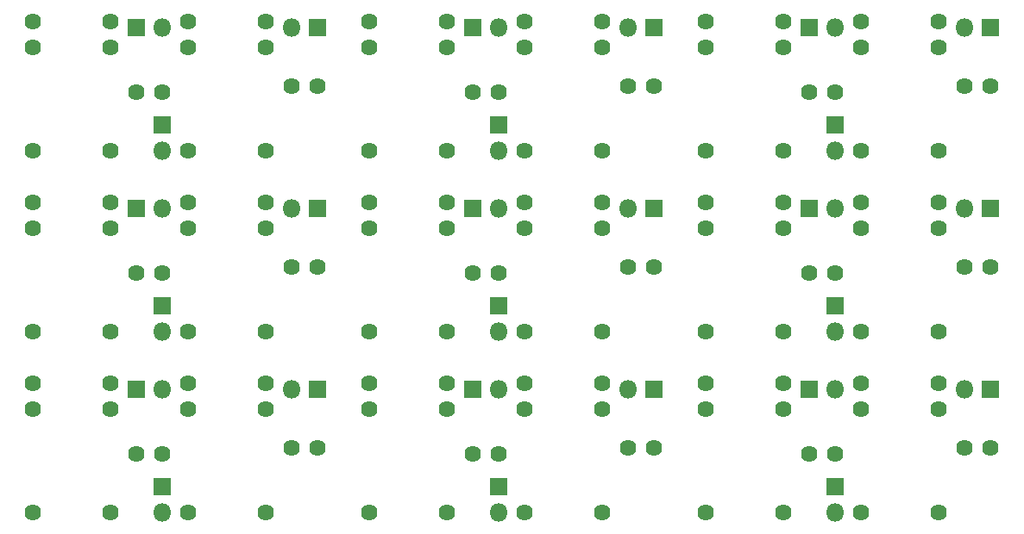
<source format=gts>
G04 #@! TF.GenerationSoftware,KiCad,Pcbnew,(5.1.6)-1*
G04 #@! TF.CreationDate,2020-06-03T07:58:37+09:00*
G04 #@! TF.ProjectId,AND___,414e4462-d851-42e6-9b69-6361645f7063,rev?*
G04 #@! TF.SameCoordinates,Original*
G04 #@! TF.FileFunction,Soldermask,Top*
G04 #@! TF.FilePolarity,Negative*
%FSLAX46Y46*%
G04 Gerber Fmt 4.6, Leading zero omitted, Abs format (unit mm)*
G04 Created by KiCad (PCBNEW (5.1.6)-1) date 2020-06-03 07:58:37*
%MOMM*%
%LPD*%
G01*
G04 APERTURE LIST*
%ADD10C,1.624000*%
%ADD11R,1.800000X1.800000*%
%ADD12O,1.800000X1.800000*%
G04 APERTURE END LIST*
D10*
X154940000Y-113030000D03*
X157480000Y-113030000D03*
X121920000Y-113030000D03*
X124460000Y-113030000D03*
X88900000Y-113030000D03*
X91440000Y-113030000D03*
X154940000Y-95250000D03*
X157480000Y-95250000D03*
X121920000Y-95250000D03*
X124460000Y-95250000D03*
X88900000Y-95250000D03*
X91440000Y-95250000D03*
X154940000Y-77470000D03*
X157480000Y-77470000D03*
X121920000Y-77470000D03*
X124460000Y-77470000D03*
D11*
X157480000Y-107280000D03*
D12*
X154940000Y-107280000D03*
D11*
X124460000Y-107280000D03*
D12*
X121920000Y-107280000D03*
D11*
X91440000Y-107280000D03*
D12*
X88900000Y-107280000D03*
D11*
X157480000Y-89500000D03*
D12*
X154940000Y-89500000D03*
D11*
X124460000Y-89500000D03*
D12*
X121920000Y-89500000D03*
D11*
X91440000Y-89500000D03*
D12*
X88900000Y-89500000D03*
D11*
X157480000Y-71720000D03*
D12*
X154940000Y-71720000D03*
D11*
X124460000Y-71720000D03*
D12*
X121920000Y-71720000D03*
D10*
X129540000Y-106680000D03*
X137160000Y-106680000D03*
X137160000Y-109220000D03*
X129540000Y-109220000D03*
X129540000Y-119380000D03*
X137160000Y-119380000D03*
X96520000Y-106680000D03*
X104140000Y-106680000D03*
X104140000Y-109220000D03*
X96520000Y-109220000D03*
X96520000Y-119380000D03*
X104140000Y-119380000D03*
X63500000Y-106680000D03*
X71120000Y-106680000D03*
X71120000Y-109220000D03*
X63500000Y-109220000D03*
X63500000Y-119380000D03*
X71120000Y-119380000D03*
X129540000Y-88900000D03*
X137160000Y-88900000D03*
X137160000Y-91440000D03*
X129540000Y-91440000D03*
X129540000Y-101600000D03*
X137160000Y-101600000D03*
X96520000Y-88900000D03*
X104140000Y-88900000D03*
X104140000Y-91440000D03*
X96520000Y-91440000D03*
X96520000Y-101600000D03*
X104140000Y-101600000D03*
X63500000Y-88900000D03*
X71120000Y-88900000D03*
X71120000Y-91440000D03*
X63500000Y-91440000D03*
X63500000Y-101600000D03*
X71120000Y-101600000D03*
X129540000Y-71120000D03*
X137160000Y-71120000D03*
X137160000Y-73660000D03*
X129540000Y-73660000D03*
X129540000Y-83820000D03*
X137160000Y-83820000D03*
X96520000Y-71120000D03*
X104140000Y-71120000D03*
X104140000Y-73660000D03*
X96520000Y-73660000D03*
X96520000Y-83820000D03*
X104140000Y-83820000D03*
D12*
X142240000Y-107280000D03*
D11*
X139700000Y-107280000D03*
D12*
X109220000Y-107280000D03*
D11*
X106680000Y-107280000D03*
D12*
X76200000Y-107280000D03*
D11*
X73660000Y-107280000D03*
D12*
X142240000Y-89500000D03*
D11*
X139700000Y-89500000D03*
D12*
X109220000Y-89500000D03*
D11*
X106680000Y-89500000D03*
D12*
X76200000Y-89500000D03*
D11*
X73660000Y-89500000D03*
D12*
X142240000Y-71720000D03*
D11*
X139700000Y-71720000D03*
D12*
X109220000Y-71720000D03*
D11*
X106680000Y-71720000D03*
D10*
X142240000Y-113665000D03*
X139700000Y-113665000D03*
X109220000Y-113665000D03*
X106680000Y-113665000D03*
X76200000Y-113665000D03*
X73660000Y-113665000D03*
X142240000Y-95885000D03*
X139700000Y-95885000D03*
X109220000Y-95885000D03*
X106680000Y-95885000D03*
X76200000Y-95885000D03*
X73660000Y-95885000D03*
X142240000Y-78105000D03*
X139700000Y-78105000D03*
X109220000Y-78105000D03*
X106680000Y-78105000D03*
D12*
X142240000Y-119380000D03*
D11*
X142240000Y-116840000D03*
D12*
X109220000Y-119380000D03*
D11*
X109220000Y-116840000D03*
D12*
X76200000Y-119380000D03*
D11*
X76200000Y-116840000D03*
D12*
X142240000Y-101600000D03*
D11*
X142240000Y-99060000D03*
D12*
X109220000Y-101600000D03*
D11*
X109220000Y-99060000D03*
D12*
X76200000Y-101600000D03*
D11*
X76200000Y-99060000D03*
D12*
X142240000Y-83820000D03*
D11*
X142240000Y-81280000D03*
D12*
X109220000Y-83820000D03*
D11*
X109220000Y-81280000D03*
D10*
X152400000Y-119380000D03*
X144780000Y-119380000D03*
X144780000Y-109220000D03*
X152400000Y-109220000D03*
X152400000Y-106680000D03*
X144780000Y-106680000D03*
X119380000Y-119380000D03*
X111760000Y-119380000D03*
X111760000Y-109220000D03*
X119380000Y-109220000D03*
X119380000Y-106680000D03*
X111760000Y-106680000D03*
X86360000Y-119380000D03*
X78740000Y-119380000D03*
X78740000Y-109220000D03*
X86360000Y-109220000D03*
X86360000Y-106680000D03*
X78740000Y-106680000D03*
X152400000Y-101600000D03*
X144780000Y-101600000D03*
X144780000Y-91440000D03*
X152400000Y-91440000D03*
X152400000Y-88900000D03*
X144780000Y-88900000D03*
X119380000Y-101600000D03*
X111760000Y-101600000D03*
X111760000Y-91440000D03*
X119380000Y-91440000D03*
X119380000Y-88900000D03*
X111760000Y-88900000D03*
X86360000Y-101600000D03*
X78740000Y-101600000D03*
X78740000Y-91440000D03*
X86360000Y-91440000D03*
X86360000Y-88900000D03*
X78740000Y-88900000D03*
X152400000Y-83820000D03*
X144780000Y-83820000D03*
X144780000Y-73660000D03*
X152400000Y-73660000D03*
X152400000Y-71120000D03*
X144780000Y-71120000D03*
X119380000Y-83820000D03*
X111760000Y-83820000D03*
X111760000Y-73660000D03*
X119380000Y-73660000D03*
X119380000Y-71120000D03*
X111760000Y-71120000D03*
X73660000Y-78105000D03*
X76200000Y-78105000D03*
X91440000Y-77470000D03*
X88900000Y-77470000D03*
D11*
X73660000Y-71720000D03*
D12*
X76200000Y-71720000D03*
D11*
X76200000Y-81280000D03*
D12*
X76200000Y-83820000D03*
X88900000Y-71720000D03*
D11*
X91440000Y-71720000D03*
D10*
X71120000Y-83820000D03*
X63500000Y-83820000D03*
X63500000Y-73660000D03*
X71120000Y-73660000D03*
X71120000Y-71120000D03*
X63500000Y-71120000D03*
X78740000Y-71120000D03*
X86360000Y-71120000D03*
X86360000Y-73660000D03*
X78740000Y-73660000D03*
X78740000Y-83820000D03*
X86360000Y-83820000D03*
M02*

</source>
